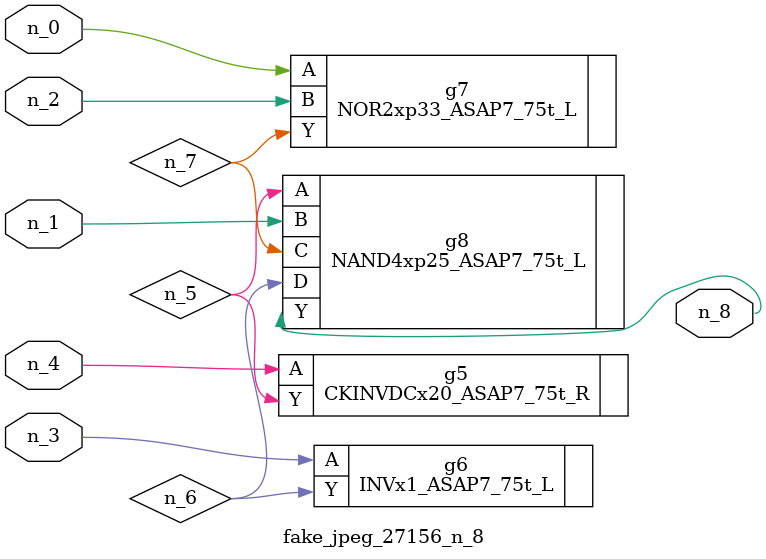
<source format=v>
module fake_jpeg_27156_n_8 (n_3, n_2, n_1, n_0, n_4, n_8);

input n_3;
input n_2;
input n_1;
input n_0;
input n_4;

output n_8;

wire n_6;
wire n_5;
wire n_7;

CKINVDCx20_ASAP7_75t_R g5 ( 
.A(n_4),
.Y(n_5)
);

INVx1_ASAP7_75t_L g6 ( 
.A(n_3),
.Y(n_6)
);

NOR2xp33_ASAP7_75t_L g7 ( 
.A(n_0),
.B(n_2),
.Y(n_7)
);

NAND4xp25_ASAP7_75t_L g8 ( 
.A(n_5),
.B(n_1),
.C(n_7),
.D(n_6),
.Y(n_8)
);


endmodule
</source>
